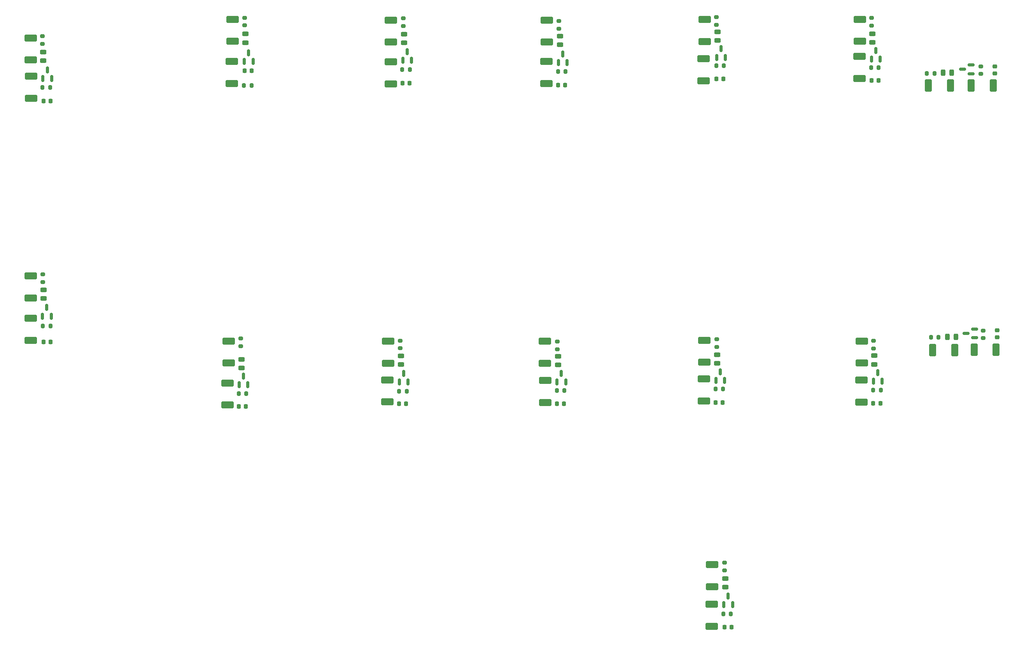
<source format=gbr>
%TF.GenerationSoftware,KiCad,Pcbnew,8.0.5*%
%TF.CreationDate,2025-05-12T12:18:58+05:30*%
%TF.ProjectId,automation,6175746f-6d61-4746-996f-6e2e6b696361,rev?*%
%TF.SameCoordinates,Original*%
%TF.FileFunction,Paste,Bot*%
%TF.FilePolarity,Positive*%
%FSLAX46Y46*%
G04 Gerber Fmt 4.6, Leading zero omitted, Abs format (unit mm)*
G04 Created by KiCad (PCBNEW 8.0.5) date 2025-05-12 12:18:58*
%MOMM*%
%LPD*%
G01*
G04 APERTURE LIST*
G04 Aperture macros list*
%AMRoundRect*
0 Rectangle with rounded corners*
0 $1 Rounding radius*
0 $2 $3 $4 $5 $6 $7 $8 $9 X,Y pos of 4 corners*
0 Add a 4 corners polygon primitive as box body*
4,1,4,$2,$3,$4,$5,$6,$7,$8,$9,$2,$3,0*
0 Add four circle primitives for the rounded corners*
1,1,$1+$1,$2,$3*
1,1,$1+$1,$4,$5*
1,1,$1+$1,$6,$7*
1,1,$1+$1,$8,$9*
0 Add four rect primitives between the rounded corners*
20,1,$1+$1,$2,$3,$4,$5,0*
20,1,$1+$1,$4,$5,$6,$7,0*
20,1,$1+$1,$6,$7,$8,$9,0*
20,1,$1+$1,$8,$9,$2,$3,0*%
G04 Aperture macros list end*
%ADD10RoundRect,0.200000X0.200000X0.275000X-0.200000X0.275000X-0.200000X-0.275000X0.200000X-0.275000X0*%
%ADD11RoundRect,0.200000X-0.275000X0.200000X-0.275000X-0.200000X0.275000X-0.200000X0.275000X0.200000X0*%
%ADD12RoundRect,0.150000X0.150000X-0.587500X0.150000X0.587500X-0.150000X0.587500X-0.150000X-0.587500X0*%
%ADD13RoundRect,0.243750X-0.456250X0.243750X-0.456250X-0.243750X0.456250X-0.243750X0.456250X0.243750X0*%
%ADD14RoundRect,0.250000X-1.100000X0.500000X-1.100000X-0.500000X1.100000X-0.500000X1.100000X0.500000X0*%
%ADD15RoundRect,0.200000X0.275000X-0.200000X0.275000X0.200000X-0.275000X0.200000X-0.275000X-0.200000X0*%
%ADD16RoundRect,0.250000X-0.500000X-1.100000X0.500000X-1.100000X0.500000X1.100000X-0.500000X1.100000X0*%
%ADD17RoundRect,0.225000X0.225000X0.250000X-0.225000X0.250000X-0.225000X-0.250000X0.225000X-0.250000X0*%
%ADD18RoundRect,0.150000X0.587500X0.150000X-0.587500X0.150000X-0.587500X-0.150000X0.587500X-0.150000X0*%
%ADD19RoundRect,0.200000X-0.200000X-0.275000X0.200000X-0.275000X0.200000X0.275000X-0.200000X0.275000X0*%
%ADD20RoundRect,0.225000X-0.225000X-0.250000X0.225000X-0.250000X0.225000X0.250000X-0.225000X0.250000X0*%
%ADD21RoundRect,0.243750X0.456250X-0.243750X0.456250X0.243750X-0.456250X0.243750X-0.456250X-0.243750X0*%
%ADD22RoundRect,0.250000X1.100000X-0.500000X1.100000X0.500000X-1.100000X0.500000X-1.100000X-0.500000X0*%
%ADD23RoundRect,0.225000X-0.250000X0.225000X-0.250000X-0.225000X0.250000X-0.225000X0.250000X0.225000X0*%
%ADD24RoundRect,0.243750X0.243750X0.456250X-0.243750X0.456250X-0.243750X-0.456250X0.243750X-0.456250X0*%
%ADD25RoundRect,0.250000X0.500000X1.100000X-0.500000X1.100000X-0.500000X-1.100000X0.500000X-1.100000X0*%
G04 APERTURE END LIST*
D10*
%TO.C,R42*%
X397970000Y-228050000D03*
X396320000Y-228050000D03*
%TD*%
D11*
%TO.C,R21*%
X465490000Y-216750000D03*
X465490000Y-218400000D03*
%TD*%
D12*
%TO.C,Q7*%
X467370000Y-155320000D03*
X465470000Y-155320000D03*
X466420000Y-153445000D03*
%TD*%
%TO.C,Q2*%
X364520600Y-156210000D03*
X362620600Y-156210000D03*
X363570600Y-154335000D03*
%TD*%
D13*
%TO.C,D46*%
X499390000Y-150175000D03*
X499390000Y-152050000D03*
%TD*%
D14*
%TO.C,D36*%
X428447500Y-147190000D03*
X428447500Y-151990000D03*
%TD*%
D15*
%TO.C,R20*%
X397202500Y-148455000D03*
X397202500Y-146805000D03*
%TD*%
D13*
%TO.C,D35*%
X499800000Y-220325000D03*
X499800000Y-222200000D03*
%TD*%
D16*
%TO.C,D56*%
X511560000Y-161490000D03*
X516360000Y-161490000D03*
%TD*%
%TO.C,D57*%
X520850000Y-161450000D03*
X525650000Y-161450000D03*
%TD*%
D17*
%TO.C,C10*%
X320490000Y-217315000D03*
X318940000Y-217315000D03*
%TD*%
D14*
%TO.C,D26*%
X360092500Y-147040000D03*
X360092500Y-151840000D03*
%TD*%
%TO.C,D41*%
X462840000Y-147070000D03*
X462840000Y-151870000D03*
%TD*%
D18*
%TO.C,Q15*%
X521605000Y-214537500D03*
X521605000Y-216437500D03*
X519730000Y-215487500D03*
%TD*%
D17*
%TO.C,C5*%
X398607500Y-160960000D03*
X397057500Y-160960000D03*
%TD*%
D11*
%TO.C,R41*%
X522940000Y-157267500D03*
X522940000Y-158917500D03*
%TD*%
D14*
%TO.C,D50*%
X316110000Y-151100000D03*
X316110000Y-155900000D03*
%TD*%
D12*
%TO.C,Q5*%
X432900000Y-156460000D03*
X431000000Y-156460000D03*
X431950000Y-154585000D03*
%TD*%
D17*
%TO.C,C3*%
X432225000Y-230830000D03*
X430675000Y-230830000D03*
%TD*%
D11*
%TO.C,R30*%
X499600000Y-217080000D03*
X499600000Y-218730000D03*
%TD*%
D19*
%TO.C,R15*%
X397027500Y-157960000D03*
X398677500Y-157960000D03*
%TD*%
D12*
%TO.C,Q3*%
X399022500Y-155967500D03*
X397122500Y-155967500D03*
X398072500Y-154092500D03*
%TD*%
D14*
%TO.C,D45*%
X316170000Y-212185000D03*
X316170000Y-216985000D03*
%TD*%
%TO.C,D44*%
X316100000Y-202965000D03*
X316100000Y-207765000D03*
%TD*%
%TO.C,D48*%
X496582500Y-155120000D03*
X496582500Y-159920000D03*
%TD*%
D12*
%TO.C,Q10*%
X320690000Y-159925000D03*
X318790000Y-159925000D03*
X319740000Y-158050000D03*
%TD*%
D20*
%TO.C,C7*%
X430935000Y-161360000D03*
X432485000Y-161360000D03*
%TD*%
D11*
%TO.C,R10*%
X430730000Y-217260000D03*
X430730000Y-218910000D03*
%TD*%
D20*
%TO.C,C15*%
X396310000Y-230830000D03*
X397860000Y-230830000D03*
%TD*%
D19*
%TO.C,R38*%
X361410000Y-228550000D03*
X363060000Y-228550000D03*
%TD*%
D13*
%TO.C,D52*%
X361980000Y-221112500D03*
X361980000Y-222987500D03*
%TD*%
D14*
%TO.C,D63*%
X464380000Y-274472500D03*
X464380000Y-279272500D03*
%TD*%
D12*
%TO.C,Q13*%
X398290000Y-226080000D03*
X396390000Y-226080000D03*
X397340000Y-224205000D03*
%TD*%
D14*
%TO.C,D38*%
X497027500Y-217120000D03*
X497027500Y-221920000D03*
%TD*%
D10*
%TO.C,R43*%
X512855000Y-158850000D03*
X511205000Y-158850000D03*
%TD*%
D13*
%TO.C,D40*%
X465690000Y-149735000D03*
X465690000Y-151610000D03*
%TD*%
D19*
%TO.C,R35*%
X499090000Y-157550000D03*
X500740000Y-157550000D03*
%TD*%
D21*
%TO.C,D61*%
X467310000Y-270747500D03*
X467310000Y-268872500D03*
%TD*%
D14*
%TO.C,D24*%
X428087500Y-217190000D03*
X428087500Y-221990000D03*
%TD*%
%TO.C,D33*%
X462680000Y-225390000D03*
X462680000Y-230190000D03*
%TD*%
D11*
%TO.C,R40*%
X361890000Y-216580000D03*
X361890000Y-218230000D03*
%TD*%
D22*
%TO.C,D27*%
X359930600Y-161000000D03*
X359930600Y-156200000D03*
%TD*%
D14*
%TO.C,D60*%
X393747500Y-225610000D03*
X393747500Y-230410000D03*
%TD*%
D17*
%TO.C,C16*%
X468720000Y-279452500D03*
X467170000Y-279452500D03*
%TD*%
%TO.C,C8*%
X501100000Y-230730000D03*
X499550000Y-230730000D03*
%TD*%
D11*
%TO.C,R32*%
X465430000Y-146550000D03*
X465430000Y-148200000D03*
%TD*%
D12*
%TO.C,Q14*%
X468930000Y-274587500D03*
X467030000Y-274587500D03*
X467980000Y-272712500D03*
%TD*%
D10*
%TO.C,R26*%
X432565000Y-158410000D03*
X430915000Y-158410000D03*
%TD*%
D14*
%TO.C,D32*%
X462760000Y-216950000D03*
X462760000Y-221750000D03*
%TD*%
D12*
%TO.C,Q9*%
X501070000Y-155730000D03*
X499170000Y-155730000D03*
X500120000Y-153855000D03*
%TD*%
D14*
%TO.C,D42*%
X462600000Y-155600000D03*
X462600000Y-160400000D03*
%TD*%
%TO.C,D30*%
X394552500Y-147192500D03*
X394552500Y-151992500D03*
%TD*%
D13*
%TO.C,D34*%
X431360000Y-150665000D03*
X431360000Y-152540000D03*
%TD*%
D10*
%TO.C,R33*%
X320410000Y-213895000D03*
X318760000Y-213895000D03*
%TD*%
%TO.C,R45*%
X468560000Y-276562500D03*
X466910000Y-276562500D03*
%TD*%
D11*
%TO.C,R29*%
X431140000Y-147420000D03*
X431140000Y-149070000D03*
%TD*%
D14*
%TO.C,D53*%
X359227500Y-217132500D03*
X359227500Y-221932500D03*
%TD*%
%TO.C,D51*%
X316180000Y-159460000D03*
X316180000Y-164260000D03*
%TD*%
%TO.C,D54*%
X358967500Y-226282500D03*
X358967500Y-231082500D03*
%TD*%
D21*
%TO.C,D43*%
X318940000Y-207882500D03*
X318940000Y-206007500D03*
%TD*%
%TO.C,D23*%
X362892500Y-152097500D03*
X362892500Y-150222500D03*
%TD*%
D12*
%TO.C,Q1*%
X432600000Y-226090000D03*
X430700000Y-226090000D03*
X431650000Y-224215000D03*
%TD*%
D15*
%TO.C,R34*%
X318760000Y-204265000D03*
X318760000Y-202615000D03*
%TD*%
D21*
%TO.C,D49*%
X318870000Y-156047500D03*
X318870000Y-154172500D03*
%TD*%
D14*
%TO.C,D39*%
X496987500Y-225620000D03*
X496987500Y-230420000D03*
%TD*%
D10*
%TO.C,R37*%
X320345000Y-161850000D03*
X318695000Y-161850000D03*
%TD*%
D21*
%TO.C,D22*%
X430950000Y-222340000D03*
X430950000Y-220465000D03*
%TD*%
D11*
%TO.C,R47*%
X523510000Y-214857500D03*
X523510000Y-216507500D03*
%TD*%
D15*
%TO.C,R39*%
X318630000Y-152360000D03*
X318630000Y-150710000D03*
%TD*%
D17*
%TO.C,C12*%
X320455000Y-164820000D03*
X318905000Y-164820000D03*
%TD*%
%TO.C,C6*%
X466775000Y-230570000D03*
X465225000Y-230570000D03*
%TD*%
D14*
%TO.C,D25*%
X428117500Y-225750000D03*
X428117500Y-230550000D03*
%TD*%
D18*
%TO.C,Q12*%
X520825000Y-156972500D03*
X520825000Y-158872500D03*
X518950000Y-157922500D03*
%TD*%
D12*
%TO.C,Q11*%
X363400000Y-226680000D03*
X361500000Y-226680000D03*
X362450000Y-224805000D03*
%TD*%
D19*
%TO.C,R31*%
X465380000Y-157170000D03*
X467030000Y-157170000D03*
%TD*%
D23*
%TO.C,C14*%
X526000000Y-157287500D03*
X526000000Y-158837500D03*
%TD*%
D24*
%TO.C,D55*%
X516657500Y-158672500D03*
X514782500Y-158672500D03*
%TD*%
D17*
%TO.C,C11*%
X500730000Y-160370000D03*
X499180000Y-160370000D03*
%TD*%
D12*
%TO.C,Q6*%
X501490000Y-225910000D03*
X499590000Y-225910000D03*
X500540000Y-224035000D03*
%TD*%
D11*
%TO.C,R36*%
X499160000Y-146720000D03*
X499160000Y-148370000D03*
%TD*%
D17*
%TO.C,C9*%
X466920000Y-159980000D03*
X465370000Y-159980000D03*
%TD*%
D21*
%TO.C,D28*%
X397392500Y-152147500D03*
X397392500Y-150272500D03*
%TD*%
D12*
%TO.C,Q4*%
X467180000Y-225730000D03*
X465280000Y-225730000D03*
X466230000Y-223855000D03*
%TD*%
D13*
%TO.C,D29*%
X465580000Y-220095000D03*
X465580000Y-221970000D03*
%TD*%
D11*
%TO.C,R44*%
X396560000Y-217060000D03*
X396560000Y-218710000D03*
%TD*%
D16*
%TO.C,D65*%
X512490000Y-219107500D03*
X517290000Y-219107500D03*
%TD*%
D15*
%TO.C,R46*%
X467180000Y-267112500D03*
X467180000Y-265462500D03*
%TD*%
D21*
%TO.C,D58*%
X396730000Y-222220000D03*
X396730000Y-220345000D03*
%TD*%
D19*
%TO.C,R16*%
X465215000Y-227590000D03*
X466865000Y-227590000D03*
%TD*%
D15*
%TO.C,R11*%
X362712500Y-148335000D03*
X362712500Y-146685000D03*
%TD*%
D12*
%TO.C,Q8*%
X320590000Y-211700000D03*
X318690000Y-211700000D03*
X319640000Y-209825000D03*
%TD*%
D14*
%TO.C,D62*%
X464500000Y-265842500D03*
X464500000Y-270642500D03*
%TD*%
D22*
%TO.C,D59*%
X393937500Y-221960000D03*
X393937500Y-217160000D03*
%TD*%
D10*
%TO.C,R48*%
X513745000Y-216337500D03*
X512095000Y-216337500D03*
%TD*%
D19*
%TO.C,R27*%
X499560000Y-227790000D03*
X501210000Y-227790000D03*
%TD*%
%TO.C,R5*%
X362565600Y-161460000D03*
X364215600Y-161460000D03*
%TD*%
D17*
%TO.C,C13*%
X362990000Y-231390000D03*
X361440000Y-231390000D03*
%TD*%
D14*
%TO.C,D37*%
X428397500Y-156230000D03*
X428397500Y-161030000D03*
%TD*%
D23*
%TO.C,C17*%
X526490000Y-214767500D03*
X526490000Y-216317500D03*
%TD*%
D25*
%TO.C,D66*%
X526307500Y-219027500D03*
X521507500Y-219027500D03*
%TD*%
D24*
%TO.C,D64*%
X517567500Y-216217500D03*
X515692500Y-216217500D03*
%TD*%
D19*
%TO.C,R4*%
X430660000Y-227910000D03*
X432310000Y-227910000D03*
%TD*%
D14*
%TO.C,D31*%
X394512500Y-156310000D03*
X394512500Y-161110000D03*
%TD*%
D17*
%TO.C,C4*%
X364205600Y-158250000D03*
X362655600Y-158250000D03*
%TD*%
D14*
%TO.C,D47*%
X496622500Y-147030000D03*
X496622500Y-151830000D03*
%TD*%
M02*

</source>
